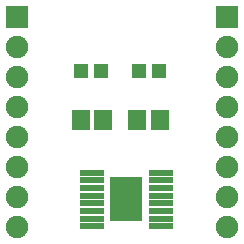
<source format=gts>
G04 DipTrace 3.1.0.1*
G04 BOARD.gts*
%MOIN*%
G04 #@! TF.FileFunction,Soldermask,Top*
G04 #@! TF.Part,Single*
%ADD27R,0.106425X0.145795*%
%ADD29R,0.078866X0.023748*%
%ADD31C,0.074929*%
%ADD33R,0.074929X0.074929*%
%ADD35R,0.059181X0.067055*%
%ADD37R,0.051307X0.04737*%
%FSLAX26Y26*%
G04*
G70*
G90*
G75*
G01*
G04 TopMask*
%LPD*%
D37*
X712749Y1012749D3*
X779678D3*
X906500D3*
X973429D3*
D35*
X975249Y850249D3*
X900446D3*
D33*
X500249Y1194000D3*
D31*
Y1094000D3*
Y994000D3*
Y894000D3*
Y794000D3*
Y694000D3*
Y594000D3*
Y494000D3*
D33*
X1200249Y1194000D3*
D31*
Y1094000D3*
Y994000D3*
Y894000D3*
Y794000D3*
Y694000D3*
Y594000D3*
Y494000D3*
D35*
X712749Y850249D3*
X787552D3*
D29*
X750249Y675249D3*
Y649659D3*
Y624068D3*
Y598478D3*
Y572887D3*
Y547297D3*
Y521706D3*
Y496115D3*
X978604D3*
X978596Y521706D3*
Y547297D3*
Y572887D3*
Y598478D3*
Y624068D3*
Y649659D3*
Y675249D3*
D27*
X864427Y585682D3*
M02*

</source>
